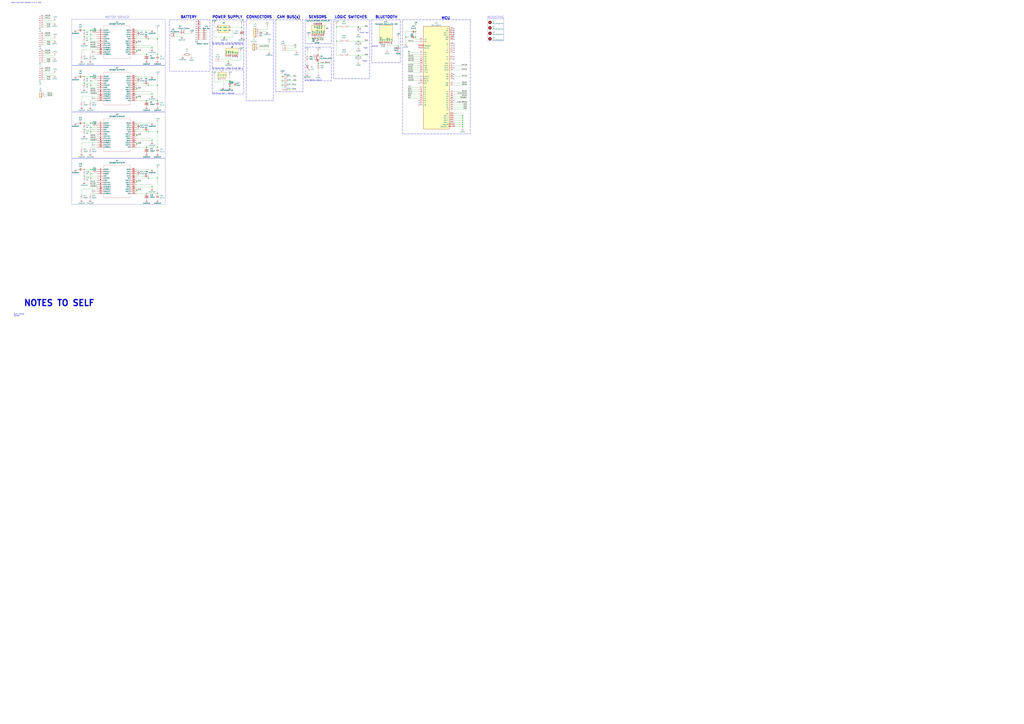
<source format=kicad_sch>
(kicad_sch (version 20230121) (generator eeschema)
  (paper "A0")
  (title_block (title "LINE 3.0 PCB") (date "2023-09-02") (rev "3.0") (company "Team Silverback"))
  (junction (at 266.7 95.25))
  (junction (at 416.052 31.242))
  (junction (at 105.41 201.93))
  (junction (at 182.88 207.01))
  (junction (at 266.7 100.33))
  (junction (at 172.212 99.06))
  (junction (at 390.652 31.242))
  (junction (at 170.18 170.942))
  (junction (at 105.41 93.98))
  (junction (at 182.88 99.06))
  (junction (at 105.41 196.85))
  (junction (at 416.052 47.752))
  (junction (at 182.88 62.992))
  (junction (at 182.88 45.212))
  (junction (at 176.53 109.22))
  (junction (at 170.18 116.84))
  (junction (at 182.88 224.79))
  (junction (at 158.75 113.03))
  (junction (at 170.18 224.79))
  (junction (at 176.53 163.322))
  (junction (at 170.18 62.992))
  (junction (at 158.75 220.98))
  (junction (at 105.41 99.06))
  (junction (at 176.53 55.372))
  (junction (at 105.41 35.052))
  (junction (at 537.21 134.62))
  (junction (at 172.212 207.01))
  (junction (at 537.21 137.16))
  (junction (at 368.3 44.45))
  (junction (at 390.652 47.752))
  (junction (at 482.6 43.18))
  (junction (at 416.052 64.262))
  (junction (at 260.35 43.18))
  (junction (at 97.79 35.052))
  (junction (at 182.88 170.942))
  (junction (at 107.442 88.9))
  (junction (at 105.41 153.162))
  (junction (at 182.88 153.162))
  (junction (at 280.67 31.75))
  (junction (at 105.41 40.132))
  (junction (at 462.28 53.34))
  (junction (at 105.41 148.082))
  (junction (at 158.75 59.182))
  (junction (at 265.43 71.12))
  (junction (at 172.212 153.162))
  (junction (at 369.57 73.66))
  (junction (at 266.7 93.98))
  (junction (at 471.17 43.18))
  (junction (at 105.41 207.01))
  (junction (at 107.442 143.002))
  (junction (at 158.75 156.972))
  (junction (at 105.41 143.002))
  (junction (at 158.75 167.132))
  (junction (at 97.79 204.47))
  (junction (at 97.79 143.002))
  (junction (at 327.66 93.98))
  (junction (at 105.41 45.212))
  (junction (at 97.79 42.672))
  (junction (at 97.79 150.622))
  (junction (at 182.88 116.84))
  (junction (at 537.21 147.32))
  (junction (at 97.79 196.85))
  (junction (at 105.41 88.9))
  (junction (at 537.21 139.7))
  (junction (at 176.53 217.17))
  (junction (at 537.21 144.78))
  (junction (at 158.75 210.82))
  (junction (at 537.21 142.24))
  (junction (at 158.75 102.87))
  (junction (at 97.79 88.9))
  (junction (at 107.442 196.85))
  (junction (at 363.22 44.45))
  (junction (at 327.66 99.06))
  (junction (at 327.66 88.9))
  (junction (at 482.6 36.83))
  (junction (at 107.442 35.052))
  (junction (at 158.75 49.022))
  (junction (at 172.212 45.212))
  (junction (at 97.79 96.52))
  (no_connect (at 486.41 121.92))
  (no_connect (at 527.05 78.74))
  (no_connect (at 527.05 116.84))
  (no_connect (at 527.05 91.44))
  (no_connect (at 527.05 43.18))
  (no_connect (at 527.05 45.72))
  (no_connect (at 232.41 27.94))
  (no_connect (at 527.05 73.66))
  (no_connect (at 454.66 50.8))
  (no_connect (at 527.05 40.64))
  (no_connect (at 527.05 35.56))
  (no_connect (at 232.41 33.02))
  (no_connect (at 365.76 26.67))
  (no_connect (at 527.05 60.96))
  (no_connect (at 527.05 33.02))
  (no_connect (at 527.05 55.88))
  (no_connect (at 486.41 96.52))
  (no_connect (at 275.59 66.04))
  (no_connect (at 527.05 38.1))
  (no_connect (at 527.05 68.58))
  (no_connect (at 527.05 53.34))
  (no_connect (at 486.41 116.84))
  (no_connect (at 365.76 41.91))
  (no_connect (at 270.51 66.04))
  (no_connect (at 254 92.71))
  (no_connect (at 527.05 50.8))
  (no_connect (at 370.84 26.67))
  (no_connect (at 441.96 50.8))
  (no_connect (at 373.38 26.67))
  (no_connect (at 368.3 26.67))
  (no_connect (at 527.05 66.04))
  (no_connect (at 486.41 119.38))
  (no_connect (at 527.05 86.36))
  (no_connect (at 527.05 58.42))
  (no_connect (at 232.41 25.4))
  (no_connect (at 273.05 66.04))
  (no_connect (at 232.41 30.48))
  (wire (pts (xy 312.42 57.15) (xy 299.72 57.15)))
  (wire (pts (xy 270.51 35.56) (xy 267.97 35.56)))
  (wire (pts (xy 104.902 158.242) (xy 113.03 158.242)))
  (wire (pts (xy 113.03 60.452) (xy 111.252 60.452)))
  (wire (pts (xy 97.79 203.2) (xy 97.79 204.47)))
  (wire (pts (xy 104.902 170.942) (xy 104.902 172.212)))
  (wire (pts (xy 94.742 165.862) (xy 94.742 172.212)))
  (wire (pts (xy 87.63 143.002) (xy 90.932 143.002)))
  (wire (pts (xy 50.8 41.91) (xy 58.42 41.91)))
  (wire (pts (xy 369.57 73.66) (xy 369.57 74.93)))
  (wire (pts (xy 113.03 99.06) (xy 105.41 99.06)))
  (wire (pts (xy 97.79 43.18) (xy 97.79 42.672)))
  (wire (pts (xy 97.79 96.52) (xy 113.03 96.52)))
  (wire (pts (xy 97.79 211.582) (xy 97.79 210.312)))
  (wire (pts (xy 158.75 199.39) (xy 158.75 198.12)))
  (wire (pts (xy 113.03 114.3) (xy 111.252 114.3)))
  (wire (pts (xy 279.4 59.69) (xy 279.4 69.85)))
  (wire (pts (xy 280.67 41.91) (xy 280.67 43.18)))
  (wire (pts (xy 203.2 41.91) (xy 211.074 41.91)))
  (wire (pts (xy 449.58 50.8) (xy 449.58 58.42)))
  (wire (pts (xy 182.88 141.732) (xy 182.88 153.162)))
  (wire (pts (xy 158.75 41.402) (xy 158.75 40.132)))
  (wire (pts (xy 94.742 111.76) (xy 94.742 118.11)))
  (wire (pts (xy 234.95 45.72) (xy 232.41 45.72)))
  (wire (pts (xy 262.89 66.04) (xy 262.89 68.58)))
  (wire (pts (xy 113.03 37.592) (xy 112.522 37.592)))
  (wire (pts (xy 97.79 42.672) (xy 113.03 42.672)))
  (wire (pts (xy 113.03 199.39) (xy 112.522 199.39)))
  (wire (pts (xy 107.442 35.052) (xy 107.442 37.592)))
  (wire (pts (xy 172.212 42.672) (xy 172.212 45.212)))
  (wire (pts (xy 158.75 219.71) (xy 158.75 220.98)))
  (wire (pts (xy 312.42 49.53) (xy 312.42 52.07)))
  (wire (pts (xy 358.14 41.91) (xy 358.14 44.45)))
  (wire (pts (xy 113.03 153.162) (xy 105.41 153.162)))
  (wire (pts (xy 94.742 165.862) (xy 113.03 165.862)))
  (wire (pts (xy 50.8 29.21) (xy 58.42 29.21)))
  (wire (pts (xy 50.8 24.13) (xy 63.5 24.13)))
  (wire (pts (xy 160.782 41.402) (xy 158.75 41.402)))
  (wire (pts (xy 113.03 207.01) (xy 105.41 207.01)))
  (wire (pts (xy 105.41 88.9) (xy 105.41 93.98)))
  (wire (pts (xy 105.41 47.752) (xy 105.41 45.212)))
  (wire (pts (xy 158.75 209.55) (xy 158.75 210.82)))
  (wire (pts (xy 261.62 93.98) (xy 266.7 93.98)))
  (wire (pts (xy 369.57 72.39) (xy 369.57 73.66)))
  (wire (pts (xy 334.01 88.9) (xy 344.17 88.9)))
  (wire (pts (xy 158.75 163.322) (xy 176.53 163.322)))
  (wire (pts (xy 248.92 31.75) (xy 251.46 31.75)))
  (wire (pts (xy 482.6 29.972) (xy 482.6 36.83)))
  (wire (pts (xy 104.902 212.09) (xy 113.03 212.09)))
  (wire (pts (xy 107.442 88.9) (xy 113.03 88.9)))
  (wire (pts (xy 107.442 196.85) (xy 113.03 196.85)))
  (wire (pts (xy 105.41 40.132) (xy 105.41 45.212)))
  (wire (pts (xy 176.53 109.22) (xy 176.53 111.252)))
  (wire (pts (xy 473.71 48.26) (xy 486.41 48.26)))
  (wire (pts (xy 104.902 124.46) (xy 104.902 123.19)))
  (wire (pts (xy 356.87 69.85) (xy 356.87 73.66)))
  (wire (pts (xy 265.43 66.04) (xy 265.43 71.12)))
  (wire (pts (xy 107.442 196.85) (xy 107.442 199.39)))
  (wire (pts (xy 158.75 143.002) (xy 176.53 143.002)))
  (wire (pts (xy 280.67 31.75) (xy 280.67 27.94)))
  (wire (pts (xy 104.902 70.612) (xy 104.902 69.342)))
  (wire (pts (xy 107.442 143.002) (xy 113.03 143.002)))
  (wire (pts (xy 182.88 195.58) (xy 182.88 207.01)))
  (wire (pts (xy 105.41 35.052) (xy 105.41 40.132)))
  (wire (pts (xy 158.75 35.052) (xy 176.53 35.052)))
  (wire (pts (xy 158.75 59.182) (xy 158.75 60.452)))
  (wire (pts (xy 328.93 99.06) (xy 327.66 99.06)))
  (wire (pts (xy 94.742 219.71) (xy 94.742 226.06)))
  (wire (pts (xy 232.41 38.1) (xy 234.95 38.1)))
  (wire (pts (xy 310.134 36.83) (xy 300.99 36.83)))
  (wire (pts (xy 300.99 41.91) (xy 304.8 41.91)))
  (wire (pts (xy 473.71 104.14) (xy 486.41 104.14)))
  (wire (pts (xy 105.41 93.98) (xy 105.41 99.06)))
  (wire (pts (xy 105.41 143.002) (xy 107.442 143.002)))
  (wire (pts (xy 213.614 39.37) (xy 222.758 39.37)))
  (wire (pts (xy 113.03 222.25) (xy 111.252 222.25)))
  (wire (pts (xy 176.53 163.322) (xy 176.53 165.1)))
  (wire (pts (xy 158.75 210.82) (xy 163.83 210.82)))
  (wire (pts (xy 104.902 62.992) (xy 104.902 64.262)))
  (wire (pts (xy 182.88 64.262) (xy 182.88 62.992)))
  (wire (pts (xy 537.21 134.62) (xy 537.21 137.16)))
  (wire (pts (xy 172.212 150.622) (xy 172.212 153.162)))
  (wire (pts (xy 452.12 53.34) (xy 462.28 53.34)))
  (wire (pts (xy 265.43 71.12) (xy 265.43 72.39)))
  (wire (pts (xy 104.902 116.84) (xy 104.902 118.11)))
  (wire (pts (xy 212.09 63.5) (xy 212.09 66.04)))
  (wire (pts (xy 50.8 85.09) (xy 63.5 85.09)))
  (wire (pts (xy 158.75 116.84) (xy 170.18 116.84)))
  (wire (pts (xy 182.88 62.992) (xy 182.88 45.212)))
  (wire (pts (xy 344.17 58.42) (xy 344.17 59.69)))
  (wire (pts (xy 158.75 109.22) (xy 176.53 109.22)))
  (wire (pts (xy 473.71 111.76) (xy 486.41 111.76)))
  (wire (pts (xy 170.18 224.79) (xy 182.88 224.79)))
  (wire (pts (xy 97.79 49.53) (xy 97.79 48.26)))
  (wire (pts (xy 473.71 68.58) (xy 486.41 68.58)))
  (wire (pts (xy 104.902 50.292) (xy 113.03 50.292)))
  (wire (pts (xy 527.05 119.38) (xy 542.29 119.38)))
  (wire (pts (xy 158.75 101.6) (xy 158.75 102.87)))
  (wire (pts (xy 444.5 50.8) (xy 444.5 54.61)))
  (wire (pts (xy 299.72 52.07) (xy 312.42 52.07)))
  (wire (pts (xy 232.41 35.56) (xy 234.95 35.56)))
  (wire (pts (xy 527.05 132.08) (xy 537.21 132.08)))
  (wire (pts (xy 182.88 232.41) (xy 182.88 231.14)))
  (wire (pts (xy 256.54 92.71) (xy 256.54 95.25)))
  (wire (pts (xy 248.92 43.18) (xy 260.35 43.18)))
  (wire (pts (xy 158.75 165.862) (xy 158.75 167.132)))
  (wire (pts (xy 416.052 36.322) (xy 416.052 38.862)))
  (wire (pts (xy 158.75 37.592) (xy 158.75 36.322)))
  (wire (pts (xy 104.902 104.14) (xy 113.03 104.14)))
  (wire (pts (xy 182.88 224.79) (xy 182.88 207.01)))
  (wire (pts (xy 473.71 83.82) (xy 486.41 83.82)))
  (wire (pts (xy 266.7 87.63) (xy 266.7 93.98)))
  (wire (pts (xy 50.8 62.23) (xy 58.42 62.23)))
  (wire (pts (xy 158.75 155.702) (xy 158.75 156.972)))
  (wire (pts (xy 50.8 87.63) (xy 63.5 87.63)))
  (wire (pts (xy 327.66 86.36) (xy 327.66 88.9)))
  (wire (pts (xy 473.71 60.96) (xy 486.41 60.96)))
  (wire (pts (xy 182.88 226.06) (xy 182.88 224.79)))
  (wire (pts (xy 334.01 99.06) (xy 344.17 99.06)))
  (wire (pts (xy 447.04 50.8) (xy 447.04 54.61)))
  (wire (pts (xy 537.21 139.7) (xy 537.21 142.24)))
  (wire (pts (xy 97.79 205.232) (xy 97.79 204.47)))
  (wire (pts (xy 105.41 155.702) (xy 105.41 153.162)))
  (wire (pts (xy 158.75 52.832) (xy 176.53 52.832)))
  (wire (pts (xy 158.75 217.17) (xy 176.53 217.17)))
  (wire (pts (xy 473.71 73.66) (xy 486.41 73.66)))
  (wire (pts (xy 527.05 109.22) (xy 542.29 109.22)))
  (wire (pts (xy 369.57 59.69) (xy 369.57 62.23)))
  (wire (pts (xy 97.79 150.622) (xy 113.03 150.622)))
  (wire (pts (xy 158.75 47.752) (xy 158.75 49.022)))
  (wire (pts (xy 104.902 106.68) (xy 113.03 106.68)))
  (wire (pts (xy 482.6 43.18) (xy 482.6 45.72)))
  (wire (pts (xy 369.57 73.66) (xy 383.54 73.66)))
  (wire (pts (xy 158.75 170.942) (xy 170.18 170.942)))
  (wire (pts (xy 50.8 69.85) (xy 58.42 69.85)))
  (wire (pts (xy 113.03 148.082) (xy 105.41 148.082)))
  (wire (pts (xy 527.05 127) (xy 542.29 127)))
  (wire (pts (xy 234.95 40.64) (xy 232.41 40.64)))
  (wire (pts (xy 527.05 139.7) (xy 537.21 139.7)))
  (wire (pts (xy 170.18 116.84) (xy 182.88 116.84)))
  (wire (pts (xy 158.75 62.992) (xy 170.18 62.992)))
  (wire (pts (xy 113.03 168.402) (xy 111.252 168.402)))
  (wire (pts (xy 158.75 102.87) (xy 163.83 102.87)))
  (wire (pts (xy 248.92 27.94) (xy 248.92 31.75)))
  (wire (pts (xy 172.212 207.01) (xy 182.88 207.01)))
  (wire (pts (xy 50.8 59.69) (xy 58.42 59.69)))
  (wire (pts (xy 158.75 99.06) (xy 172.212 99.06)))
  (wire (pts (xy 255.27 68.58) (xy 262.89 68.58)))
  (wire (pts (xy 527.05 142.24) (xy 537.21 142.24)))
  (wire (pts (xy 50.8 46.99) (xy 63.5 46.99)))
  (wire (pts (xy 104.902 224.79) (xy 104.902 226.06)))
  (wire (pts (xy 373.38 46.99) (xy 373.38 41.91)))
  (wire (pts (xy 158.75 113.03) (xy 158.75 114.3)))
  (wire (pts (xy 390.652 47.752) (xy 394.462 47.752)))
  (wire (pts (xy 473.71 76.2) (xy 486.41 76.2)))
  (wire (pts (xy 473.71 71.12) (xy 486.41 71.12)))
  (wire (pts (xy 182.88 70.612) (xy 182.88 69.342)))
  (wire (pts (xy 537.21 137.16) (xy 537.21 139.7)))
  (wire (pts (xy 158.75 96.52) (xy 167.132 96.52)))
  (wire (pts (xy 327.66 104.14) (xy 327.66 99.06)))
  (wire (pts (xy 176.53 55.372) (xy 176.53 57.15)))
  (wire (pts (xy 158.75 88.9) (xy 176.53 88.9)))
  (wire (pts (xy 537.21 144.78) (xy 537.21 147.32)))
  (wire (pts (xy 334.01 104.14) (xy 344.17 104.14)))
  (wire (pts (xy 182.88 170.942) (xy 182.88 153.162)))
  (wire (pts (xy 222.25 66.04) (xy 222.25 63.5)))
  (wire (pts (xy 97.79 204.47) (xy 113.03 204.47)))
  (wire (pts (xy 113.03 116.84) (xy 104.902 116.84)))
  (wire (pts (xy 50.8 44.45) (xy 63.5 44.45)))
  (wire (pts (xy 404.622 64.262) (xy 416.052 64.262)))
  (wire (pts (xy 96.012 143.002) (xy 97.79 143.002)))
  (wire (pts (xy 50.8 72.39) (xy 58.42 72.39)))
  (wire (pts (xy 158.75 196.85) (xy 176.53 196.85)))
  (wire (pts (xy 404.622 47.752) (xy 416.052 47.752)))
  (wire (pts (xy 97.79 149.352) (xy 97.79 150.622)))
  (wire (pts (xy 104.902 109.22) (xy 113.03 109.22)))
  (wire (pts (xy 527.05 144.78) (xy 537.21 144.78)))
  (wire (pts (xy 266.7 100.33) (xy 273.05 100.33)))
  (wire (pts (xy 527.05 96.52) (xy 542.29 96.52)))
  (wire (pts (xy 94.742 123.19) (xy 94.742 124.46)))
  (wire (pts (xy 105.41 88.9) (xy 107.442 88.9)))
  (wire (pts (xy 251.46 35.56) (xy 248.92 35.56)))
  (wire (pts (xy 97.79 157.48) (xy 97.79 156.21)))
  (wire (pts (xy 266.7 100.33) (xy 266.7 101.6)))
  (wire (pts (xy 248.92 35.56) (xy 248.92 43.18)))
  (wire (pts (xy 158.75 156.972) (xy 163.83 156.972)))
  (wire (pts (xy 182.88 87.63) (xy 182.88 99.06)))
  (wire (pts (xy 104.902 214.63) (xy 113.03 214.63)))
  (wire (pts (xy 266.7 95.25) (xy 273.05 95.25)))
  (wire (pts (xy 416.052 69.342) (xy 416.052 71.882)))
  (wire (pts (xy 527.05 121.92) (xy 542.29 121.92)))
  (wire (pts (xy 176.53 160.782) (xy 176.53 163.322)))
  (wire (pts (xy 87.63 196.85) (xy 90.932 196.85)))
  (wire (pts (xy 97.79 88.9) (xy 97.79 90.17)))
  (wire (pts (xy 537.21 132.08) (xy 537.21 134.62)))
  (wire (pts (xy 96.012 196.85) (xy 97.79 196.85)))
  (wire (pts (xy 50.8 26.67) (xy 63.5 26.67)))
  (wire (pts (xy 158.75 167.132) (xy 158.75 168.402)))
  (wire (pts (xy 416.052 64.262) (xy 427.482 64.262)))
  (wire (pts (xy 52.07 111.76) (xy 60.96 111.76)))
  (wire (pts (xy 328.93 104.14) (xy 327.66 104.14)))
  (wire (pts (xy 328.93 88.9) (xy 327.66 88.9)))
  (wire (pts (xy 260.35 43.18) (xy 270.51 43.18)))
  (wire (pts (xy 97.79 88.9) (xy 105.41 88.9)))
  (wire (pts (xy 170.18 170.942) (xy 182.88 170.942)))
  (wire (pts (xy 327.66 93.98) (xy 327.66 99.06)))
  (wire (pts (xy 261.62 93.98) (xy 261.62 92.71)))
  (wire (pts (xy 104.902 160.782) (xy 113.03 160.782)))
  (wire (pts (xy 105.41 148.082) (xy 105.41 153.162)))
  (wire (pts (xy 176.53 106.68) (xy 176.53 109.22)))
  (wire (pts (xy 363.22 44.45) (xy 358.14 44.45)))
  (wire (pts (xy 107.442 88.9) (xy 107.442 91.44)))
  (wire (pts (xy 158.75 102.87) (xy 158.75 104.14)))
  (wire (pts (xy 97.79 35.052) (xy 97.79 36.322)))
  (wire (pts (xy 113.03 170.942) (xy 104.902 170.942)))
  (wire (pts (xy 300.99 39.37) (xy 304.8 39.37)))
  (wire (pts (xy 158.75 95.25) (xy 158.75 93.98)))
  (wire (pts (xy 473.71 106.68) (xy 486.41 106.68)))
  (wire (pts (xy 105.41 196.85) (xy 107.442 196.85)))
  (wire (pts (xy 158.75 45.212) (xy 172.212 45.212)))
  (wire (pts (xy 477.52 43.18) (xy 471.17 43.18)))
  (wire (pts (xy 158.75 57.912) (xy 158.75 59.182)))
  (wire (pts (xy 158.75 150.622) (xy 167.132 150.622)))
  (wire (pts (xy 94.742 219.71) (xy 113.03 219.71)))
  (wire (pts (xy 172.212 45.212) (xy 182.88 45.212)))
  (wire (pts (xy 113.03 62.992) (xy 104.902 62.992)))
  (wire (pts (xy 473.71 78.74) (xy 486.41 78.74)))
  (wire (pts (xy 104.902 178.562) (xy 104.902 177.292)))
  (wire (pts (xy 104.902 163.322) (xy 113.03 163.322)))
  (wire (pts (xy 97.79 95.25) (xy 97.79 96.52)))
  (wire (pts (xy 172.212 153.162) (xy 182.88 153.162)))
  (wire (pts (xy 527.05 111.76) (xy 542.29 111.76)))
  (wire (pts (xy 356.87 81.28) (xy 356.87 86.36)))
  (wire (pts (xy 158.75 42.672) (xy 167.132 42.672)))
  (wire (pts (xy 158.75 106.68) (xy 176.53 106.68)))
  (wire (pts (xy 50.8 80.01) (xy 58.42 80.01)))
  (wire (pts (xy 527.05 124.46) (xy 542.29 124.46)))
  (wire (pts (xy 471.17 43.18) (xy 471.17 50.8)))
  (wire (pts (xy 97.79 41.402) (xy 97.79 42.672)))
  (wire (pts (xy 158.75 149.352) (xy 158.75 148.082)))
  (wire (pts (xy 473.71 101.6) (xy 486.41 101.6)))
  (wire (pts (xy 97.79 143.002) (xy 97.79 144.272)))
  (wire (pts (xy 105.41 196.85) (xy 105.41 201.93)))
  (wire (pts (xy 97.79 196.85) (xy 105.41 196.85)))
  (wire (pts (xy 172.212 99.06) (xy 182.88 99.06)))
  (wire (pts (xy 203.2 39.37) (xy 211.074 39.37)))
  (wire (pts (xy 50.8 90.17) (xy 58.42 90.17)))
  (wire (pts (xy 104.902 232.41) (xy 104.902 231.14)))
  (wire (pts (xy 158.75 49.022) (xy 163.83 49.022)))
  (wire (pts (xy 390.652 64.262) (xy 390.652 47.752)))
  (wire (pts (xy 97.79 151.13) (xy 97.79 150.622)))
  (wire (pts (xy 334.01 93.98) (xy 344.17 93.98)))
  (wire (pts (xy 473.71 114.3) (xy 486.41 114.3)))
  (wire (pts (xy 113.03 47.752) (xy 105.41 47.752)))
  (wire (pts (xy 527.05 147.32) (xy 537.21 147.32)))
  (wire (pts (xy 182.88 124.46) (xy 182.88 123.19)))
  (wire (pts (xy 328.93 93.98) (xy 327.66 93.98)))
  (wire (pts (xy 394.462 64.262) (xy 390.652 64.262)))
  (wire (pts (xy 158.75 214.63) (xy 176.53 214.63)))
  (wire (pts (xy 537.21 147.32) (xy 537.21 149.352)))
  (wire (pts (xy 182.88 33.782) (xy 182.88 45.212)))
  (wire (pts (xy 172.212 96.52) (xy 172.212 99.06)))
  (wire (pts (xy 176.53 217.17) (xy 176.53 219.202)))
  (wire (pts (xy 94.742 57.912) (xy 113.03 57.912)))
  (wire (pts (xy 300.99 34.29) (xy 310.134 34.29)))
  (wire (pts (xy 104.902 52.832) (xy 113.03 52.832)))
  (wire (pts (xy 96.012 88.9) (xy 97.79 88.9)))
  (wire (pts (xy 160.782 203.2) (xy 158.75 203.2)))
  (wire (pts (xy 87.63 35.052) (xy 90.932 35.052)))
  (wire (pts (xy 160.782 95.25) (xy 158.75 95.25)))
  (wire (pts (xy 158.75 59.182) (xy 163.83 59.182)))
  (wire (pts (xy 404.622 31.242) (xy 416.052 31.242)))
  (wire (pts (xy 473.71 88.9) (xy 486.41 88.9)))
  (wire (pts (xy 158.75 91.44) (xy 158.75 90.17)))
  (wire (pts (xy 473.71 63.5) (xy 486.41 63.5)))
  (wire (pts (xy 50.8 64.77) (xy 63.5 64.77)))
  (wire (pts (xy 327.66 88.9) (xy 327.66 93.98)))
  (wire (pts (xy 50.8 49.53) (xy 58.42 49.53)))
  (wire (pts (xy 104.902 55.372) (xy 113.03 55.372)))
  (wire (pts (xy 105.41 201.93) (xy 105.41 207.01)))
  (wire (pts (xy 113.03 209.55) (xy 105.41 209.55)))
  (wire (pts (xy 452.12 50.8) (xy 452.12 53.34)))
  (wire (pts (xy 255.27 71.12) (xy 265.43 71.12)))
  (wire (pts (xy 97.79 97.282) (xy 97.79 96.52)))
  (wire (pts (xy 527.05 88.9) (xy 542.29 88.9)))
  (wire (pts (xy 267.97 66.04) (xy 267.97 69.85)))
  (wire (pts (xy 473.71 109.22) (xy 486.41 109.22)))
  (wire (pts (xy 97.79 103.632) (xy 97.79 102.362)))
  (wire (pts (xy 462.28 53.34) (xy 462.28 43.18)))
  (wire (pts (xy 50.8 39.37) (xy 58.42 39.37)))
  (wire (pts (xy 50.8 19.05) (xy 58.42 19.05)))
  (wire (pts (xy 473.71 81.28) (xy 486.41 81.28)))
  (wire (pts (xy 158.75 207.01) (xy 172.212 207.01)))
  (wire (pts (xy 259.08 92.71) (xy 259.08 101.6)))
  (wire (pts (xy 486.41 45.72) (xy 482.6 45.72)))
  (wire (pts (xy 527.05 81.28) (xy 542.29 81.28)))
  (wire (pts (xy 158.75 220.98) (xy 158.75 222.25)))
  (wire (pts (xy 158.75 167.132) (xy 163.83 167.132)))
  (wire (pts (xy 170.18 62.992) (xy 182.88 62.992)))
  (wire (pts (xy 211.074 41.91) (xy 211.074 42.672)))
  (wire (pts (xy 248.92 95.25) (xy 248.92 87.63)))
  (wire (pts (xy 105.41 35.052) (xy 107.442 35.052)))
  (wire (pts (xy 375.92 46.99) (xy 375.92 41.91)))
  (wire (pts (xy 94.742 231.14) (xy 94.742 232.41)))
  (wire (pts (xy 158.75 156.972) (xy 158.75 158.242)))
  (wire (pts (xy 113.03 40.132) (xy 105.41 40.132)))
  (wire (pts (xy 107.442 35.052) (xy 113.03 35.052)))
  (wire (pts (xy 94.742 69.342) (xy 94.742 70.612)))
  (wire (pts (xy 158.75 160.782) (xy 176.53 160.782)))
  (wire (pts (xy 370.84 46.99) (xy 370.84 41.91)))
  (wire (pts (xy 113.03 93.98) (xy 105.41 93.98)))
  (wire (pts (xy 182.88 178.562) (xy 182.88 177.292)))
  (wire (pts (xy 158.75 203.2) (xy 158.75 201.93)))
  (wire (pts (xy 50.8 31.75) (xy 58.42 31.75)))
  (wire (pts (xy 527.05 99.06) (xy 542.29 99.06)))
  (wire (pts (xy 332.74 58.42) (xy 344.17 58.42)))
  (wire (pts (xy 212.09 63.5) (xy 213.36 63.5)))
  (wire (pts (xy 368.3 44.45) (xy 368.3 45.72)))
  (wire (pts (xy 158.75 55.372) (xy 176.53 55.372)))
  (wire (pts (xy 270.51 43.18) (xy 270.51 35.56)))
  (wire (pts (xy 113.03 145.542) (xy 112.522 145.542)))
  (wire (pts (xy 113.03 155.702) (xy 105.41 155.702)))
  (wire (pts (xy 256.54 95.25) (xy 248.92 95.25)))
  (wire (pts (xy 105.41 143.002) (xy 105.41 148.082)))
  (wire (pts (xy 176.53 52.832) (xy 176.53 55.372)))
  (wire (pts (xy 312.42 57.15) (xy 312.42 60.96)))
  (wire (pts (xy 158.75 224.79) (xy 170.18 224.79)))
  (wire (pts (xy 96.012 35.052) (xy 97.79 35.052)))
  (wire (pts (xy 97.79 143.002) (xy 105.41 143.002)))
  (wire (pts (xy 527.05 114.3) (xy 542.29 114.3)))
  (wire (pts (xy 172.212 204.47) (xy 172.212 207.01)))
  (wire (pts (xy 158.75 220.98) (xy 163.83 220.98)))
  (wire (pts (xy 310.134 30.48) (xy 310.134 34.29)))
  (wire (pts (xy 104.902 217.17) (xy 113.03 217.17)))
  (wire (pts (xy 267.97 69.85) (xy 279.4 69.85)))
  (wire (pts (xy 50.8 52.07) (xy 58.42 52.07)))
  (wire (pts (xy 113.03 91.44) (xy 112.522 91.44)))
  (wire (pts (xy 234.95 43.18) (xy 232.41 43.18)))
  (wire (pts (xy 527.05 137.16) (xy 537.21 137.16)))
  (wire (pts (xy 97.79 35.052) (xy 105.41 35.052)))
  (wire (pts (xy 97.79 196.85) (xy 97.79 198.12)))
  (wire (pts (xy 416.052 52.832) (xy 416.052 55.372)))
  (wire (pts (xy 473.71 91.44) (xy 486.41 91.44)))
  (wire (pts (xy 527.05 134.62) (xy 537.21 134.62)))
  (wire (pts (xy 363.22 41.91) (xy 363.22 44.45)))
  (wire (pts (xy 158.75 204.47) (xy 167.132 204.47)))
  (wire (pts (xy 222.25 63.5) (xy 220.98 63.5)))
  (wire (pts (xy 368.3 41.91) (xy 368.3 44.45)))
  (wire (pts (xy 416.052 31.242) (xy 427.482 31.242)))
  (wire (pts (xy 52.07 109.22) (xy 60.96 109.22)))
  (wire (pts (xy 158.75 49.022) (xy 158.75 50.292)))
  (wire (pts (xy 267.97 31.75) (xy 280.67 31.75)))
  (wire (pts (xy 182.88 118.11) (xy 182.88 116.84)))
  (wire (pts (xy 113.03 101.6) (xy 105.41 101.6)))
  (wire (pts (xy 266.7 95.25) (xy 266.7 93.98)))
  (wire (pts (xy 176.53 214.63) (xy 176.53 217.17)))
  (wire (pts (xy 390.652 31.242) (xy 394.462 31.242)))
  (wire (pts (xy 158.75 144.272) (xy 160.782 144.272)))
  (wire (pts (xy 356.87 59.69) (xy 356.87 64.77)))
  (wire (pts (xy 332.74 53.34) (xy 344.17 53.34)))
  (wire (pts (xy 482.6 36.83) (xy 482.6 43.18)))
  (wire (pts (xy 50.8 92.71) (xy 58.42 92.71)))
  (wire (pts (xy 416.052 47.752) (xy 427.482 47.752)))
  (wire (pts (xy 369.57 80.01) (xy 369.57 86.36)))
  (wire (pts (xy 87.63 88.9) (xy 90.932 88.9)))
  (wire (pts (xy 473.71 66.04) (xy 486.41 66.04)))
  (wire (pts (xy 50.8 67.31) (xy 63.5 67.31)))
  (wire (pts (xy 473.71 93.98) (xy 486.41 93.98)))
  (wire (pts (xy 390.652 31.242) (xy 390.652 28.702)))
  (wire (pts (xy 107.442 143.002) (xy 107.442 145.542)))
  (wire (pts (xy 113.03 201.93) (xy 105.41 201.93)))
  (wire (pts (xy 158.75 210.82) (xy 158.75 212.09)))
  (wire (pts (xy 113.03 224.79) (xy 104.902 224.79)))
  (wire (pts (xy 105.41 209.55) (xy 105.41 207.01)))
  (wire (pts (xy 158.75 111.76) (xy 158.75 113.03)))
  (wire (pts (xy 113.03 45.212) (xy 105.41 45.212)))
  (wire (pts (xy 94.742 57.912) (xy 94.742 64.262)))
  (wire (pts (xy 105.41 101.6) (xy 105.41 99.06)))
  (wire (pts (xy 332.74 55.88) (xy 344.17 55.88)))
  (wire (pts (xy 477.52 36.83) (xy 471.17 36.83)))
  (wire (pts (xy 527.05 106.68) (xy 542.29 106.68)))
  (wire (pts (xy 158.75 113.03) (xy 163.83 113.03)))
  (wire (pts (xy 158.75 198.12) (xy 160.782 198.12)))
  (wire (pts (xy 280.67 34.29) (xy 280.67 31.75)))
  (wire (pts (xy 299.72 54.61) (xy 312.42 54.61)))
  (wire (pts (xy 94.742 111.76) (xy 113.03 111.76)))
  (wire (pts (xy 158.75 36.322) (xy 160.782 36.322)))
  (wire (pts (xy 182.88 172.212) (xy 182.88 170.942)))
  (wire (pts (xy 94.742 177.292) (xy 94.742 178.562)))
  (wire (pts (xy 50.8 82.55) (xy 58.42 82.55)))
  (wire (pts (xy 390.652 47.752) (xy 390.652 31.242)))
  (wire (pts (xy 471.17 36.83) (xy 471.17 43.18)))
  (wire (pts (xy 158.75 145.542) (xy 158.75 144.272)))
  (wire (pts (xy 182.88 116.84) (xy 182.88 99.06)))
  (wire (pts (xy 160.782 149.352) (xy 158.75 149.352)))
  (wire (pts (xy 158.75 90.17) (xy 160.782 90.17)))
  (wire (pts (xy 537.21 142.24) (xy 537.21 144.78)))
  (wire (pts (xy 527.05 76.2) (xy 542.29 76.2)))
  (wire (pts (xy 50.8 21.59) (xy 58.42 21.59)))
  (wire (pts (xy 158.75 153.162) (xy 172.212 153.162)))
  (rectangle (start 354.33 54.61) (end 384.81 93.98) (stroke (width 0.254) (type dash)))
  (rectangle (start 467.36 22.86) (end 546.1 155.575) (stroke (width 0.254) (type dash)))
  (rectangle (start 196.85 22.86) (end 243.84 82.55) (stroke (width 0.254) (type dash)))
  (rectangle (start 83.185 22.225) (end 191.77 75.565))
  (rectangle (start 246.38 22.86) (end 283.21 50.8) (stroke (width 0.254) (type dash)))
  (rectangle (start 38.1 144.145) (end 38.1 144.145))
  (rectangle (start 83.185 130.175) (end 191.77 183.515))
  (rectangle (start 566.42 21.59) (end 584.835 47.625))
  (rectangle (start 246.38 52.07) (end 283.21 80.01) (stroke (width 0.254) (type dash)))
  (rectangle (start 83.185 184.15) (end 191.77 237.49))
  (rectangle (start 83.185 76.2) (end 191.77 129.54))
  (rectangle (start 246.38 81.28) (end 283.21 109.22) (stroke (width 0.254) (type dash)))
  (rectangle (start 354.33 22.86) (end 384.81 50.8) (stroke (width 0.254) (type dash)))
  (rectangle (start 320.04 22.86) (end 351.79 106.68) (stroke (width 0.254) (type dash)))
  (rectangle (start 387.35 22.86) (end 429.26 91.44) (stroke (width 0.254) (type dash)))
  (rectangle (start 285.75 22.86) (end 317.5 116.84) (stroke (width 0.254) (type dash)))
  (rectangle (start 431.8 22.86) (end 464.82 73.025) (stroke (width 0.254) (type dash)))
  (text "NOTES TO SELF" (at 27.305 356.235 0) (effects (font (size 7 7) (thickness 1.4) bold) (justify left bottom)))
  (text "MOUNTING" (at 565.785 21.59 0) (effects (font (size 2.54 2.54)) (justify left bottom)))
  (text "NEXT STEPS:\nMAYBE:\n" (at 16.002 367.792 0) (effects (font (size 1.27 1.27)) (justify left bottom)))
  (text "Kicker Test" (at 417.195 38.735 0) (effects (font (size 1.27 1.27)) (justify left bottom)))
  (text "CONNECTORS" (at 285.75 21.59 0) (effects (font (size 3 3) (thickness 0.6) bold) (justify left bottom)))
  (text "MOTOR DRIVER" (at 121.92 21.59 0) (effects (font (size 2.54 2.54)) (justify left bottom)))
  (text "BATTERY" (at 209.55 21.59 0) (effects (font (size 3 3) (thickness 0.6) bold) (justify left bottom)))
  (text "POWER SUPPLY" (at 246.38 21.59 0) (effects (font (size 3 3) (thickness 0.6) bold) (justify left bottom)))
  (text "SENSORS" (at 358.14 21.59 0) (effects (font (size 3 3) (thickness 0.6) bold) (justify left bottom)))
  (text "make sure that resistor is 1/4 watt" (at 12.7 3.81 0) (effects (font (size 1.27 1.27)) (justify left bottom)))
  (text "LINE BREAK CIRCUIT" (at 354.33 93.98 0) (effects (font (size 1.27 1.27)) (justify left bottom)))
  (text "5V Power Rail - Rasp Pi and Oak 1" (at 246.38 80.01 0) (effects (font (size 1.27 1.27)) (justify left bottom)))
  (text "MASTER" (at 431.8 54.61 0) (effects (font (size 1.27 1.27)) (justify left bottom)))
  (text "Start" (at 422.275 56.515 0) (effects (font (size 1.27 1.27)) (justify left bottom)))
  (text "Reset" (at 421.005 71.755 0) (effects (font (size 1.27 1.27)) (justify left bottom)))
  (text "LOGIC SWITCHES" (at 388.62 21.59 0) (effects (font (size 3 3) (thickness 0.6) bold) (justify left bottom)))
  (text "BLUETOOTH" (at 435.61 21.59 0) (effects (font (size 3 3) (thickness 0.6) bold) (justify left bottom)))
  (text "MCU " (at 512.445 22.86 0) (effects (font (size 3 3) (thickness 0.6) bold) (justify left bottom)))
  (text "5V Power Rail - MCU & Peripherals" (at 246.38 50.8 0) (effects (font (size 1.27 1.27)) (justify left bottom)))
  (text "CAM BUS(s)" (at 321.31 21.59 0) (effects (font (size 3 3) (thickness 0.6) bold) (justify left bottom)))
  (text "3V3 Power Rail - Sensors" (at 246.38 109.22 0) (effects (font (size 1.27 1.27)) (justify left bottom)))
  (label "ENC4A" (at 542.29 81.28 180))
  (label "M3A" (at 163.83 156.972 180))
  (label "M5IN2" (at 60.96 111.76 180))
  (label "ENC2A" (at 58.42 41.91 180))
  (label "DISABLE" (at 542.29 114.3 180))
  (label "SW1" (at 542.29 127 180))
  (label "M2A" (at 163.83 102.87 180))
  (label "M1B" (at 163.83 59.182 180))
  (label "SDA" (at 473.71 111.76 0))
  (label "ENC1B" (at 58.42 19.05 180))
  (label "ENC3B" (at 473.71 93.98 0))
  (label "M5IN2" (at 542.29 99.06 180))
  (label "SDA1" (at 373.38 46.99 90))
  (label "DISABLE" (at 104.902 217.17 0))
  (label "ENC4B" (at 58.42 80.01 180))
  (label "KICKERTRIG" (at 312.42 54.61 180))
  (label "DISABLE" (at 104.902 109.22 0))
  (label "M1IN1" (at 473.71 91.44 0))
  (label "ENC2A" (at 473.71 66.04 0))
  (label "LINE BREAK" (at 383.54 73.66 180))
  (label "SCL1" (at 473.71 106.68 0))
  (label "M1IN1" (at 104.902 50.292 0))
  (label "RX" (at 344.17 53.34 180))
  (label "RX3" (at 473.71 104.14 0))
  (label "M3A" (at 58.42 72.39 180))
  (label "M4IN1" (at 104.902 212.09 0))
  (label "M3B" (at 58.42 69.85 180))
  (label "SW3" (at 427.482 64.262 180))
  (label "SW1" (at 427.482 31.242 180))
  (label "M4A" (at 58.42 92.71 180))
  (label "ENC3B" (at 58.42 59.69 180))
  (label "M2B" (at 58.42 49.53 180))
  (label "SCL" (at 304.8 41.91 180))
  (label "M1IN2" (at 473.71 88.9 0))
  (label "ENC1B" (at 542.29 76.2 180))
  (label "M1A" (at 163.83 49.022 180))
  (label "M4IN2" (at 104.902 214.63 0))
  (label "SDA" (at 344.17 93.98 180))
  (label "DISABLE" (at 104.902 55.372 0))
  (label "SDA1" (at 473.71 109.22 0))
  (label "KICKERTRIG" (at 542.29 109.22 180))
  (label "M2B" (at 163.83 113.03 180))
  (label "M2IN2" (at 542.29 111.76 180))
  (label "M3B" (at 163.83 167.132 180))
  (label "M1A" (at 58.42 31.75 180))
  (label "SW3" (at 542.29 121.92 180))
  (label "SCL" (at 473.71 114.3 0))
  (label "ENC1A" (at 473.71 48.26 0))
  (label "LINE BREAK" (at 542.29 119.38 180))
  (label "ENC2B" (at 473.71 68.58 0))
  (label "M4B" (at 58.42 90.17 180))
  (label "SCL1" (at 344.17 99.06 180))
  (label "M1IN2" (at 104.902 52.832 0))
  (label "M3IN1" (at 473.71 81.28 0))
  (label "ENC4B" (at 473.71 71.12 0))
  (label "SCL1" (at 370.84 46.99 90))
  (label "M4IN2" (at 542.29 88.9 180))
  (label "M3IN2" (at 104.902 160.782 0))
  (label "M2A" (at 58.42 52.07 180))
  (label "SW2" (at 542.29 124.46 180))
  (label "RX3" (at 447.04 54.61 90))
  (label "M2IN1" (at 104.902 104.14 0))
  (label "M1B" (at 58.42 29.21 180))
  (label "M3IN2" (at 473.71 83.82 0))
  (label "M2IN1" (at 542.29 106.68 180))
  (label "SDA" (at 304.8 39.37 180))
  (label "M3IN1" (at 104.902 158.242 0))
  (label "TX" (at 344.17 55.88 180))
  (label "M4IN1" (at 473.71 78.74 0))
  (label "TX" (at 473.71 63.5 0))
  (label "SW2" (at 427.482 47.752 180))
  (label "SCL" (at 344.17 88.9 180))
  (label "TX3" (at 444.5 54.61 90))
  (label "M2IN2" (at 104.902 106.68 0))
  (label "TX3" (at 473.71 101.6 0))
  (label "M4B" (at 163.83 220.98 180))
  (label "M4A" (at 163.83 210.82 180))
  (label "RX" (at 473.71 60.96 0))
  (label "ENC1A" (at 58.42 21.59 180))
  (label "ENC3A" (at 473.71 76.2 0))
  (label "ENC2B" (at 58.42 39.37 180))
  (label "ENC3A" (at 58.42 62.23 180))
  (label "SDA1" (at 344.17 104.14 180))
  (label "M5IN1" (at 542.29 96.52 180))
  (label "ENC4A" (at 58.42 82.55 180))
  (label "DISABLE" (at 104.902 163.322 0))
  (label "RST" (at 375.92 46.99 90))
  (label "M5IN1" (at 60.96 109.22 180))
  (symbol (lib_id "power:GNDPWR") (at 87.63 35.052 0) (unit 1)
    (property "Reference" "#PWR018" (effects hide))
    (property "Value" "GNDPWR" (at 87.63 38.862 0))
  )
  (symbol (lib_id "power:+15V") (at 222.758 39.37 0) (unit 1)
    (property "Reference" "#PWR068" (effects hide))
    (property "Value" "+15V" (at 222.758 35.56 0))
  )
  (symbol (lib_id "power:GNDS") (at 344.17 59.69 0) (unit 1)
    (property "Reference" "#PWR083" (effects hide))
    (property "Value" "GNDS" (at 344.17 63.5 0))
  )
  (symbol (lib_id "Device:C_Small") (at 93.472 143.002 270) (unit 1)
    (property "Reference" "C11" (at 93.4656 136.652 90))
    (property "Value" "1uF" (at 93.4656 139.192 90))
    (property "Footprint" "Capacitor_SMD:C_0402_1005Metric" (effects hide))
  )
  (symbol (lib_id "power:+15V") (at 182.88 141.732 0) (unit 1)
    (property "Reference" "#PWR046" (effects hide))
    (property "Value" "+15V" (at 182.88 137.922 0))
  )
  (symbol (lib_id "SparkFun-Switch:SPST") (at 399.542 31.242 0) (unit 1)
    (property "Reference" "SW1" (at 399.542 24.892 0))
    (property "Value" "SPST" (at 399.542 27.432 0))
    (property "Footprint" "Button_Switch_THT:SW_PUSH_6mm_H4.3mm" (effects hide))
    (property "PROD_ID" "SWCH-" (effects hide))
  )
  (symbol (lib_id "Device:C_Small") (at 182.88 174.752 0) (unit 1)
    (property "Reference" "C15" (at 185.42 173.4883 0) (effects (justify left)))
    (property "Value" "0.1uF" (at 185.42 176.0283 0) (effects (justify left)))
    (property "Footprint" "Capacitor_SMD:C_0402_1005Metric" (effects hide))
  )
  (symbol (lib_name "+5V_3") (lib_id "power:+5V") (at 462.28 43.18 0) (unit 1)
    (property "Reference" "#PWR095" (effects hide))
    (property "Value" "+5V" (at 462.28 39.37 0))
  )
  (symbol (lib_id "Device:Q_Photo_NPN") (at 367.03 67.31 0) (unit 1)
    (property "Reference" "Q1" (at 372.11 65.2907 0) (effects (justify left)))
    (property "Value" "Q_Photo_NPN" (at 372.11 67.8307 0) (effects (justify left)))
    (property "Footprint" "LED_THT:LED_D3.0mm" (effects hide))
  )
  (symbol (lib_id "Connector_Generic:Conn_01x03") (at 294.64 54.61 0) (mirror y) (unit 1)
    (property "Reference" "J1" (at 294.64 45.72 0))
    (property "Value" "KICKER" (at 294.64 48.26 0))
    (property "Footprint" "Connector_JST:JST_XH_B3B-XH-A_1x03_P2.50mm_Vertical" (effects hide))
  )
  (symbol (lib_id "power:GNDPWR") (at 176.53 143.002 0) (unit 1)
    (property "Reference" "#PWR044" (effects hide))
    (property "Value" "GNDPWR" (at 176.53 146.812 0))
  )
  (symbol (lib_id "Device:R_Small_US") (at 104.902 228.6 0) (unit 1)
    (property "Reference" "R20" (at 106.807 227.33 0) (effects (justify left)))
    (property "Value" "363R" (at 106.807 229.87 0) (effects (justify left)))
    (property "Footprint" "Resistor_SMD:R_0805_2012Metric" (effects hide))
  )
  (symbol (lib_id "Device:R_Small_US") (at 109.982 91.44 90) (unit 1)
    (property "Reference" "R11" (at 109.982 87.63 90))
    (property "Value" "10k" (at 109.982 89.535 90))
    (property "Footprint" "Resistor_SMD:R_0402_1005Metric" (effects hide))
  )
  (symbol (lib_id "Connector:Conn_01x09_Pin") (at 227.33 35.56 0) (mirror x) (unit 1)
    (property "Reference" "J12" (at 229.87 48.26 0) (effects (justify right)))
    (property "Value" "Battery Buzzer" (at 242.57 50.8 0) (effects (justify right)))
    (property "Footprint" "Connector_PinHeader_2.54mm:PinHeader_1x09_P2.54mm_Vertical" (effects hide))
  )
  (symbol (lib_id "Device:C_Small") (at 480.06 36.83 270) (unit 1)
    (property "Reference" "C24" (at 480.0536 30.48 90))
    (property "Value" "0.1uF" (at 480.0536 33.02 90))
    (property "Footprint" "Capacitor_SMD:C_0402_1005Metric" (effects hide))
  )
  (symbol (lib_id "Adafruit BNO055 STEMMA QT:Adafruit_BNO055_STEMMA_QT") (at 369.57 34.29 0) (unit 1)
    (property "Reference" "U9" (at 378.46 33.0199 0) (effects (justify left)))
    (property "Value" "Adafruit_BNO055_STEMMA_QT" (at 355.6 24.13 0) (effects (justify left)))
    (property "Footprint" "2.3 PCBs:Adafruit IMU BNO055" (effects hide))
  )
  (symbol (lib_id "Device:R_Small") (at 356.87 67.31 0) (unit 1)
    (property "Reference" "R31" (at 359.41 66.04 0) (effects (justify left)))
    (property "Value" "95R" (at 359.41 68.58 0) (effects (justify left)))
    (property "Footprint" "Resistor_SMD:R_0805_2012Metric" (effects hide))
  )
  (symbol (lib_id "power:GNDPWR") (at 104.902 178.562 0) (unit 1)
    (property "Reference" "#PWR041" (effects hide))
    (property "Value" "GNDPWR" (at 104.902 182.372 0))
  )
  (symbol (lib_id "power:+3V3") (at 63.5 24.13 0) (unit 1)
    (property "Reference" "#PWR010" (effects hide))
    (property "Value" "+3V3" (at 63.5 19.685 0))
  )
  (symbol (lib_id "power:GNDS") (at 63.5 26.67 0) (mirror y) (unit 1)
    (property "Reference" "#PWR011" (effects hide))
    (property "Value" "GNDS" (at 63.5 30.48 0))
  )
  (symbol (lib_id "Mechanical:MountingHole") (at 568.96 26.035 0) (unit 1)
    (property "Reference" "H1" (at 571.5 24.765 0) (effects (justify left)))
    (property "Value" "MountingHole" (at 571.5 27.305 0) (effects (justify left)))
    (property "Footprint" "MountingHole:MountingHole_3.2mm_M3" (effects hide))
  )
  (symbol (lib_id "power:+3V3") (at 390.652 28.702 0) (unit 1)
    (property "Reference" "#PWR090" (effects hide))
    (property "Value" "+3V3" (at 390.652 24.892 0))
  )
  (symbol (lib_id "power:GNDPWR") (at 312.42 60.96 0) (unit 1)
    (property "Reference" "#PWR03" (effects hide))
    (property "Value" "GNDPWR" (at 312.42 64.262 0))
  )
  (symbol (lib_id "Device:C_Small") (at 182.88 228.6 0) (unit 1)
    (property "Reference" "C20" (at 185.42 227.3363 0) (effects (justify left)))
    (property "Value" "0.1uF" (at 185.42 229.8763 0) (effects (justify left)))
    (property "Footprint" "Capacitor_SMD:C_0402_1005Metric" (effects hide))
  )
  (symbol (lib_id "power:+5V") (at 111.252 168.402 90) (unit 1)
    (property "Reference" "#PWR042" (effects hide))
    (property "Value" "+5V" (at 107.442 168.402 0))
  )
  (symbol (lib_id "Device:R_Small_US") (at 97.79 92.71 0) (unit 1)
    (property "Reference" "R8" (at 99.695 91.44 0) (effects (justify left)))
    (property "Value" "0R" (at 99.695 93.98 0) (effects (justify left)))
    (property "Footprint" "Resistor_SMD:R_0805_2012Metric" (effects hide))
  )
  (symbol (lib_id "Device:R_Small_US") (at 109.982 145.542 90) (unit 1)
    (property "Reference" "R16" (at 109.982 141.732 90))
    (property "Value" "10k" (at 109.982 143.637 90))
    (property "Footprint" "Resistor_SMD:R_0402_1005Metric" (effects hide))
  )
  (symbol (lib_id "DRV8873HPWPR:DRV8873HPWPR") (at 113.03 143.002 0) (unit 1)
    (property "Reference" "U3" (at 135.89 132.842 0) (effects (font (size 1.524 1.524))))
    (property "Value" "DRV8873HPWPR" (at 135.89 135.382 0) (effects (font (size 1.524 1.524))))
    (property "Footprint" "DRV8873HPWPR:PWP24_TEX" (effects hide))
    (property "Datasheet" "DRV8873HPWPR" (effects hide))
  )
  (symbol (lib_id "Device:R_Small") (at 331.47 99.06 270) (mirror x) (unit 1)
    (property "Reference" "R29" (at 335.28 97.79 90))
    (property "Value" "4K7" (at 331.47 96.52 90))
    (property "Footprint" "Resistor_SMD:R_0805_2012Metric" (effects hide))
  )
  (symbol (lib_id "power:GNDPWR") (at 212.09 66.04 0) (unit 1)
    (property "Reference" "#PWR04" (effects hide))
    (property "Value" "GNDPWR" (at 212.09 69.342 0))
  )
  (symbol (lib_id "Connector_Generic:Conn_01x02") (at 46.99 111.76 180) (unit 1)
    (property "Reference" "J2" (at 46.99 102.87 0))
    (property "Value" "M5" (at 46.99 105.41 0))
    (property "Footprint" "Connector_PinHeader_2.54mm:PinHeader_1x02_P2.54mm_Vertical" (effects hide))
  )
  (symbol (lib_id "power:+5V") (at 111.252 114.3 90) (unit 1)
    (property "Reference" "#PWR032" (effects hide))
    (property "Value" "+5V" (at 107.442 114.3 0))
  )
  (symbol (lib_id "Device:C_Small") (at 169.672 204.47 90) (unit 1)
    (property "Reference" "C18" (at 169.672 199.39 90))
    (property "Value" "1uF" (at 169.672 201.93 90))
    (property "Footprint" "Capacitor_SMD:C_0402_1005Metric" (effects hide))
  )
  (symbol (lib_id "power:GNDS") (at 416.052 55.372 0) (unit 1)
    (property "Reference" "#PWR092" (effects hide))
    (property "Value" "GNDS" (at 416.052 59.182 0))
  )
  (symbol (lib_id "power:GNDPWR") (at 87.63 196.85 0) (unit 1)
    (property "Reference" "#PWR048" (effects hide))
    (property "Value" "GNDPWR" (at 87.63 200.66 0))
  )
  (symbol (lib_id "power:GNDPWR") (at 265.43 72.39 0) (unit 1)
    (property "Reference" "#PWR074" (effects hide))
    (property "Value" "GNDPWR" (at 265.43 75.692 0))
  )
  (symbol (lib_id "power:GNDPWR") (at 266.7 101.6 0) (unit 1)
    (property "Reference" "#PWR076" (effects hide))
    (property "Value" "GNDPWR" (at 266.7 104.902 0))
  )
  (symbol (lib_id "Device:C_Small") (at 273.05 97.79 0) (unit 1)
    (property "Reference" "C27" (at 274.32 96.52 0) (effects (justify left)))
    (property "Value" "10uF" (at 274.32 99.06 0) (effects (justify left)))
    (property "Footprint" "Capacitor_SMD:C_0805_2012Metric" (effects hide))
  )
  (symbol (lib_id "Device:C_Small") (at 182.88 120.65 0) (unit 1)
    (property "Reference" "C10" (at 185.42 119.3863 0) (effects (justify left)))
    (property "Value" "0.1uF" (at 185.42 121.9263 0) (effects (justify left)))
    (property "Footprint" "Capacitor_SMD:C_0402_1005Metric" (effects hide))
  )
  (symbol (lib_id "Device:C_Small") (at 182.88 66.802 0) (unit 1)
    (property "Reference" "C5" (at 185.42 65.5383 0) (effects (justify left)))
    (property "Value" "0.1uF" (at 185.42 68.0783 0) (effects (justify left)))
    (property "Footprint" "Capacitor_SMD:C_0402_1005Metric" (effects hide))
  )
  (symbol (lib_id "Connector:Conn_01x06_Pin") (at 45.72 46.99 0) (mirror x) (unit 1)
    (property "Reference" "J6" (at 46.355 56.515 0))
    (property "Value" "M2" (at 46.355 53.975 0))
    (property "Footprint" "Connector_PinHeader_2.54mm:PinHeader_1x06_P2.54mm_Vertical" (effects hide))
  )
  (symbol (lib_id "power:+15V") (at 312.42 49.53 0) (unit 1)
    (property "Reference" "#PWR01" (effects hide))
    (property "Value" "+15V" (at 312.42 45.72 0))
  )
  (symbol (lib_id "Device:C_Small") (at 169.672 96.52 90) (unit 1)
    (property "Reference" "C8" (at 169.672 91.44 90))
    (property "Value" "1uF" (at 169.672 93.98 90))
    (property "Footprint" "Capacitor_SMD:C_0402_1005Metric" (effects hide))
  )
  (symbol (lib_id "power:GNDPWR") (at 176.53 35.052 0) (unit 1)
    (property "Reference" "#PWR024" (effects hide))
    (property "Value" "GNDPWR" (at 176.53 38.862 0))
  )
  (symbol (lib_id "power:+3V3") (at 358.14 41.91 0) (unit 1)
    (property "Reference" "#PWR086" (effects hide))
    (property "Value" "+3V3" (at 358.14 38.1 0))
  )
  (symbol (lib_id "Device:C_Polarized_US") (at 170.18 174.752 0) (unit 1)
    (property "Reference" "C14" (at 173.99 172.847 0) (effects (justify left)))
    (property "Value" "100uF" (at 173.99 175.387 0) (effects (justify left)))
    (property "Footprint" "Capacitor_SMD:CP_Elec_6.3x7.7" (effects hide))
  )
  (symbol (lib_id "power:GNDPWR") (at 182.88 178.562 0) (unit 1)
    (property "Reference" "#PWR047" (effects hide))
    (property "Value" "GNDPWR" (at 182.88 182.372 0))
  )
  (symbol (lib_id "Device:C_Small") (at 160.782 38.862 0) (unit 1)
    (property "Reference" "C2" (at 162.687 37.592 0) (effects (justify left)))
    (property "Value" "47nF" (at 162.687 40.132 0) (effects (justify left)))
    (property "Footprint" "Capacitor_SMD:C_0402_1005Metric" (effects hide))
    (property "Sim.Enable" "0" (effects hide))
  )
  (symbol (lib_id "power:GNDS") (at 369.57 86.36 0) (unit 1)
    (property "Reference" "#PWR089" (effects hide))
    (property "Value" "GNDS" (at 369.57 90.17 0))
  )
  (symbol (lib_id "Converter_DCDC:DC-DC_Multi-output_Buck_Converter") (at 254 38.1 0) (mirror x) (unit 1)
    (property "Reference" "U6" (at 259.715 26.67 0))
    (property "Value" "~" (at 254 38.1 0))
    (property "Footprint" "2.3 PCBs:DC-DC Multi-output Buck Converter" (effects hide))
  )
  (symbol (lib_id "Device:C_Small") (at 93.472 35.052 270) (unit 1)
    (property "Reference" "C1" (at 93.4656 28.702 90))
    (property "Value" "1uF" (at 93.4656 31.242 90))
    (property "Footprint" "Capacitor_SMD:C_0402_1005Metric" (effects hide))
  )
  (symbol (lib_id "Device:R") (at 217.17 63.5 90) (unit 1)
    (property "Reference" "R1" (at 217.17 57.15 90))
    (property "Value" "R" (at 217.17 59.69 90))
    (property "Footprint" "Resistor_SMD:R_1210_3225Metric" (effects hide))
  )
  (symbol (lib_id "Device:R_Small") (at 331.47 93.98 270) (mirror x) (unit 1)
    (property "Reference" "R28" (at 335.28 92.71 90))
    (property "Value" "4K7" (at 331.47 91.44 90))
    (property "Footprint" "Resistor_SMD:R_0805_2012Metric" (effects hide))
  )
  (symbol (lib_id "Device:C_Small") (at 160.782 200.66 0) (unit 1)
    (property "Reference" "C17" (at 162.687 199.39 0) (effects (justify left)))
    (property "Value" "47nF" (at 162.687 201.93 0) (effects (justify left)))
    (property "Footprint" "Capacitor_SMD:C_0402_1005Metric" (effects hide))
    (property "Sim.Enable" "0" (effects hide))
  )
  (symbol (lib_id "power:+5V") (at 356.87 59.69 0) (unit 1)
    (property "Reference" "#PWR084" (effects hide))
    (property "Value" "+5V" (at 356.87 55.88 0))
  )
  (symbol (lib_id "Connector:Conn_01x06_Pin") (at 45.72 67.31 0) (mirror x) (unit 1)
    (property "Reference" "J7" (at 46.355 76.835 0))
    (property "Value" "M3" (at 46.355 74.295 0))
    (property "Footprint" "Connector_PinHeader_2.54mm:PinHeader_1x06_P2.54mm_Vertical" (effects hide))
  )
  (symbol (lib_id "power:+3V3") (at 369.57 59.69 0) (unit 1)
    (property "Reference" "#PWR088" (effects hide))
    (property "Value" "+3V3" (at 369.57 55.88 0))
  )
  (symbol (lib_id "Device:C_Small") (at 169.672 42.672 90) (unit 1)
    (property "Reference" "C3" (at 169.672 37.592 90))
    (property "Value" "1uF" (at 169.672 40.132 90))
    (property "Footprint" "Capacitor_SMD:C_0402_1005Metric" (effects hide))
  )
  (symbol (lib_id "power:GNDPWR") (at 170.18 70.612 0) (unit 1)
    (property "Reference" "#PWR023" (effects hide))
    (property "Value" "GNDPWR" (at 170.18 74.422 0))
  )
  (symbol (lib_id "Device:R_Small_US") (at 104.902 66.802 0) (unit 1)
    (property "Reference" "R5" (at 106.807 65.532 0) (effects (justify left)))
    (property "Value" "363R" (at 106.807 68.072 0) (effects (justify left)))
    (property "Footprint" "Resistor_SMD:R_0805_2012Metric" (effects hide))
  )
  (symbol (lib_id "power:+15V") (at 248.92 27.94 0) (unit 1)
    (property "Reference" "#PWR070" (effects hide))
    (property "Value" "+15V" (at 248.92 24.13 0))
  )
  (symbol (lib_id "power:GNDPWR") (at 97.79 49.53 0) (unit 1)
    (property "Reference" "#PWR020" (effects hide))
    (property "Value" "GNDPWR" (at 97.79 53.34 0))
  )
  (symbol (lib_id "Converter_DCDC:5V,_5.5A_Step-Down_Voltage_Regulator_D36V50F5_") (at 269.24 59.69 0) (unit 1)
    (property "Reference" "U8" (at 267.97 54.61 0) (effects (justify left)))
    (property "Value" "~" (at 266.7 59.69 0))
    (property "Footprint" "2.3 PCBs:5V, 5.5A Step-Down Voltage Regulator D36V50F5" (effects hide))
  )
  (symbol (lib_id "power:GNDS") (at 368.3 45.72 0) (unit 1)
    (property "Reference" "#PWR087" (effects hide))
    (property "Value" "GNDS" (at 368.3 49.53 0))
  )
  (symbol (lib_id "RF_Bluetooth:Bluetooth_Module_(HC-05)") (at 448.31 29.21 0) (unit 1)
    (property "Reference" "U10" (at 445.77 25.4 0) (effects (justify left)))
    (property "Value" "Bluetooth_Module_(HC-05)" (at 435.61 27.94 0) (effects (justify left)))
    (property "Footprint" "Connector_PinHeader_2.54mm:PinHeader_1x06_P2.54mm_Vertical" (effects hide))
  )
  (symbol (lib_id "power:+3V3") (at 327.66 86.36 0) (unit 1)
    (property "Reference" "#PWR082" (effects hide))
    (property "Value" "+3V3" (at 327.66 82.55 0))
  )
  (symbol (lib_id "power:GNDPWR") (at 104.902 232.41 0) (unit 1)
    (property "Reference" "#PWR051" (effects hide))
    (property "Value" "GNDPWR" (at 104.902 236.22 0))
  )
  (symbol (lib_id "Device:R_Small_US") (at 94.742 228.6 0) (unit 1)
    (property "Reference" "R17" (at 96.647 227.33 0) (effects (justify left)))
    (property "Value" "363R" (at 96.647 229.87 0) (effects (justify left)))
    (property "Footprint" "Resistor_SMD:R_0805_2012Metric" (effects hide))
  )
  (symbol (lib_id "Device:R_Small_US") (at 97.79 153.67 0) (unit 1)
    (property "Reference" "R14" (at 99.695 152.4 0) (effects (justify left)))
    (property "Value" "3M" (at 99.695 154.94 0) (effects (justify left)))
    (property "Footprint" "Resistor_SMD:R_0805_2012Metric" (effects hide))
  )
  (symbol (lib_id "Device:R_Small") (at 331.47 88.9 270) (mirror x) (unit 1)
    (property "Reference" "R27" (at 335.28 87.63 90))
    (property "Value" "4K7" (at 331.47 86.36 90))
    (property "Footprint" "Resistor_SMD:R_0805_2012Metric" (effects hide))
  )
  (symbol (lib_id "power:+5V") (at 111.252 222.25 90) (unit 1)
    (property "Reference" "#PWR052" (effects hide))
    (property "Value" "+5V" (at 107.442 222.25 0))
  )
  (symbol (lib_id "power:GNDPWR") (at 211.074 42.672 0) (unit 1)
    (property "Reference" "#PWR02" (effects hide))
    (property "Value" "GNDPWR" (at 210.947 46.482 0))
  )
  (symbol (lib_id "power:+3V3") (at 63.5 64.77 0) (unit 1)
    (property "Reference" "#PWR014" (effects hide))
    (property "Value" "+3V3" (at 63.5 60.325 0))
  )
  (symbol (lib_id "DRV8873HPWPR:DRV8873HPWPR") (at 113.03 35.052 0) (unit 1)
    (property "Reference" "U1" (at 135.89 25.4 0) (effects (font (size 1.524 1.524))))
    (property "Value" "DRV8873HPWPR" (at 135.89 27.94 0) (effects (font (size 1.524 1.524))))
    (property "Footprint" "DRV8873HPWPR:PWP24_TEX" (effects hide))
    (property "Datasheet" "DRV8873HPWPR" (effects hide))
  )
  (symbol (lib_id "power:GNDS") (at 462.28 58.42 0) (unit 1)
    (property "Reference" "#PWR096" (effects hide))
    (property "Value" "GNDS" (at 462.28 62.23 0))
  )
  (symbol (lib_id "power:+3V3") (at 63.5 44.45 0) (unit 1)
    (property "Reference" "#PWR012" (effects hide))
    (property "Value" "+3V3" (at 63.5 40.005 0))
  )
  (symbol (lib_id "power:GNDPWR") (at 182.88 70.612 0) (unit 1)
    (property "Reference" "#PWR027" (effects hide))
    (property "Value" "GNDPWR" (at 182.88 74.422 0))
  )
  (symbol (lib_id "Device:R_Small") (at 416.052 50.292 0) (unit 1)
    (property "Reference" "R34" (at 413.512 50.292 90))
    (property "Value" "10K" (at 418.592 50.292 90))
    (property "Footprint" "Resistor_SMD:R_0805_2012Metric" (effects hide))
  )
  (symbol (lib_id "power:GNDPWR") (at 97.79 211.582 0) (unit 1)
    (property "Reference" "#PWR050" (effects hide))
    (property "Value" "GNDPWR" (at 97.79 215.392 0))
  )
  (symbol (lib_id "power:GNDPWR") (at 176.53 111.252 0) (unit 1)
    (property "Reference" "#PWR035" (effects hide))
    (property "Value" "GNDPWR" (at 176.53 115.062 0))
  )
  (symbol (lib_id "Device:R_Small_US") (at 104.902 174.752 0) (unit 1)
    (property "Reference" "R15" (at 106.807 173.482 0) (effects (justify left)))
    (property "Value" "363R" (at 106.807 176.022 0) (effects (justify left)))
    (property "Footprint" "Resistor_SMD:R_0805_2012Metric" (effects hide))
  )
  (symbol (lib_id "Device:C_Small") (at 365.76 44.45 90) (mirror x) (unit 1)
    (property "Reference" "C22" (at 363.22 44.45 0) (effects (justify left)))
    (property "Value" "10uF" (at 364.49 44.45 0) (effects (justify left)))
    (property "Footprint" "Capacitor_SMD:C_0805_2012Metric" (effects hide))
  )
  (symbol (lib_id "power:+3V3") (at 63.5 85.09 0) (unit 1)
    (property "Reference" "#PWR016" (effects hide))
    (property "Value" "+3V3" (at 63.5 80.645 0))
  )
  (symbol (lib_id "power:GNDS") (at 471.17 50.8 0) (unit 1)
    (property "Reference" "#PWR06" (effects hide))
    (property "Value" "GNDS" (at 471.17 54.61 0))
  )
  (symbol (lib_id "Mechanical:MountingHole") (at 568.96 32.385 0) (unit 1)
    (property "Reference" "H2" (at 571.5 31.115 0) (effects (justify left)))
    (property "Value" "MountingHole" (at 571.5 33.655 0) (effects (justify left)))
    (property "Footprint" "MountingHole:MountingHole_3.2mm_M3" (effects hide))
  )
  (symbol (lib_id "power:GNDPWR") (at 104.902 70.612 0) (unit 1)
    (property "Reference" "#PWR021" (effects hide))
    (property "Value" "GNDPWR" (at 104.902 74.422 0))
  )
  (symbol (lib_id "Device:R_Small_US") (at 94.742 174.752 0) (unit 1)
    (property "Reference" "R12" (at 96.647 173.482 0) (effects (justify left)))
    (property "Value" "363R" (at 96.647 176.022 0) (effects (justify left)))
    (property "Footprint" "Resistor_SMD:R_0805_2012Metric" (effects hide))
  )
  (symbol (lib_id "Device:C_Polarized_US") (at 280.67 38.1 0) (mirror y) (unit 1)
    (property "Reference" "C21" (at 276.86 36.195 0) (effects (justify left)))
    (property "Value" "100uF" (at 276.86 38.735 0) (effects (justify left)))
    (property "Footprint" "Capacitor_SMD:CP_Elec_6.3x7.7" (effects hide))
  )
  (symbol (lib_id "Device:R_Small_US") (at 94.742 120.65 0) (unit 1)
    (property "Reference" "R7" (at 96.647 119.38 0) (effects (justify left)))
    (property "Value" "363R" (at 96.647 121.92 0) (effects (justify left)))
    (property "Footprint" "Resistor_SMD:R_0805_2012Metric" (effects hide))
  )
  (symbol (lib_id "DRV8873HPWPR:DRV8873HPWPR") (at 113.03 196.85 0) (unit 1)
    (property "Reference" "U4" (at 135.89 186.69 0) (effects (font (size 1.524 1.524))))
    (property "Value" "DRV8873HPWPR" (at 135.89 189.23 0) (effects (font (size 1.524 1.524))))
    (property "Footprint" "DRV8873HPWPR:PWP24_TEX" (effects hide))
    (property "Datasheet" "DRV8873HPWPR" (effects hide))
  )
  (symbol (lib_id "power:GNDPWR") (at 176.53 165.1 0) (unit 1)
    (property "Reference" "#PWR045" (effects hide))
    (property "Value" "GNDPWR" (at 176.53 168.91 0))
  )
  (symbol (lib_id "power:GNDPWR") (at 170.18 124.46 0) (unit 1)
    (property "Reference" "#PWR033" (effects hide))
    (property "Value" "GNDPWR" (at 170.18 128.27 0))
  )
  (symbol (lib_id "power:GNDPWR") (at 94.742 124.46 0) (unit 1)
    (property "Reference" "#PWR029" (effects hide))
    (property "Value" "GNDPWR" (at 94.742 128.27 0))
  )
  (symbol (lib_id "power:+5V") (at 482.6 29.972 0) (mirror y) (unit 1)
    (property "Reference" "#PWR0100" (effects hide))
    (property "Value" "+5V" (at 482.6 26.162 0))
  )
  (symbol (lib_id "power:+15V") (at 182.88 33.782 0) (unit 1)
    (property "Reference" "#PWR026" (effects hide))
    (property "Value" "+15V" (at 182.88 29.972 0))
  )
  (symbol (lib_id "power:+5V") (at 111.252 60.452 90) (unit 1)
    (property "Reference" "#PWR022" (effects hide))
    (property "Value" "+5V" (at 107.442 60.452 0))
  )
  (symbol (lib_id "Device:R_Small") (at 369.57 77.47 0) (unit 1)
    (property "Reference" "R32" (at 372.11 76.2 0) (effects (justify left)))
    (property "Value" "10K" (at 372.11 78.74 0) (effects (justify left)))
    (property "Footprint" "Resistor_SMD:R_0805_2012Metric" (effects hide))
  )
  (symbol (lib_id "Device:R_Small_US") (at 109.982 37.592 90) (unit 1)
    (property "Reference" "R6" (at 109.982 33.782 90))
    (property "Value" "10k" (at 109.982 35.687 90))
    (property "Footprint" "Resistor_SMD:R_0402_1005Metric" (effects hide))
  )
  (symbol (lib_id "Connector:Conn_01x02_Pin") (at 198.12 39.37 0) (unit 1)
    (property "Reference" "J10" (at 200.66 34.29 0))
    (property "Value" "4S Battery" (at 203.2 36.83 0))
    (property "Footprint" "Connector_AMASS:AMASS_XT30U-F_1x02_P5.0mm_Vertical" (effects hide))
  )
  (symbol (lib_name "+5V_2") (lib_id "power:+5V") (at 280.67 27.94 0) (unit 1)
    (property "Reference" "#PWR078" (effects hide))
    (property "Value" "+5V" (at 280.67 24.13 0))
  )
  (symbol (lib_id "Device:R_Small_US") (at 97.79 200.66 0) (unit 1)
    (property "Reference" "R18" (at 99.695 199.39 0) (effects (justify left)))
    (property "Value" "0R" (at 99.695 201.93 0) (effects (justify left)))
    (property "Footprint" "Resistor_SMD:R_0805_2012Metric" (effects hide))
  )
  (symbol (lib_id "Device:R_Small") (at 416.052 66.802 0) (unit 1)
    (property "Reference" "R35" (at 413.512 66.802 90))
    (property "Value" "10K" (at 418.592 66.802 90))
    (property "Footprint" "Resistor_SMD:R_0805_2012Metric" (effects hide))
  )
  (symbol (lib_id "power:GNDPWR") (at 87.63 143.002 0) (unit 1)
    (property "Reference" "#PWR038" (effects hide))
    (property "Value" "GNDPWR" (at 87.63 146.812 0))
  )
  (symbol (lib_id "Device:R_Small_US") (at 97.79 99.822 0) (unit 1)
    (property "Reference" "R9" (at 99.695 98.552 0) (effects (justify left)))
    (property "Value" "3M" (at 99.695 101.092 0) (effects (justify left)))
    (property "Footprint" "Resistor_SMD:R_0805_2012Metric" (effects hide))
  )
  (symbol (lib_id "Device:C_Small") (at 480.06 43.18 90) (unit 1)
    (property "Reference" "C23" (at 477.52 43.18 0) (effects (justify left)))
    (property "Value" "10uF" (at 478.79 43.18 0) (effects (justify left)))
    (property "Footprint" "Capacitor_SMD:C_0805_2012Metric" (effects hide))
  )
  (symbol (lib_id "Device:R_Small_US") (at 109.982 199.39 90) (unit 1)
    (property "Reference" "R21" (at 109.982 195.58 90))
    (property "Value" "10k" (at 109.982 197.485 90))
    (property "Footprint" "Resistor_SMD:R_0402_1005Metric" (effects hide))
  )
  (symbol (lib_id "power:+15V") (at 248.92 87.63 0) (unit 1)
    (property "Reference" "#PWR071" (effects hide))
    (property "Value" "+15V" (at 248.92 83.82 0))
  )
  (symbol (lib_id "power:GNDPWR") (at 97.79 157.48 0) (unit 1)
    (property "Reference" "#PWR040" (effects hide))
    (property "Value" "GNDPWR" (at 97.79 161.29 0))
  )
  (symbol (lib_id "Device:C_Small") (at 160.782 92.71 0) (unit 1)
    (property "Reference" "C7" (at 162.687 91.44 0) (effects (justify left)))
    (property "Value" "47nF" (at 162.687 93.98 0) (effects (justify left)))
    (property "Footprint" "Capacitor_SMD:C_0402_1005Metric" (effects hide))
    (property "Sim.Enable" "0" (effects hide))
  )
  (symbol (lib_id "power:GNDPWR") (at 280.67 43.18 0) (unit 1)
    (property "Reference" "#PWR079" (effects hide))
    (property "Value" "GNDPWR" (at 280.67 46.482 0))
  )
  (symbol (lib_id "Device:C_Polarized_US") (at 170.18 66.802 0) (unit 1)
    (property "Reference" "C4" (at 173.99 64.897 0) (effects (justify left)))
    (property "Value" "100uF" (at 173.99 67.437 0) (effects (justify left)))
    (property "Footprint" "Capacitor_SMD:CP_Elec_6.3x7.7" (effects hide))
  )
  (symbol (lib_id "Device:R_Small") (at 331.47 104.14 270) (mirror x) (unit 1)
    (property "Reference" "R30" (at 335.28 102.87 90))
    (property "Value" "4K7" (at 331.47 101.6 90))
    (property "Footprint" "Resistor_SMD:R_0805_2012Metric" (effects hide))
  )
  (symbol (lib_id "power:GNDPWR") (at 356.87 86.36 0) (unit 1)
    (property "Reference" "#PWR085" (effects hide))
    (property "Value" "GNDPWR" (at 356.87 89.662 0))
  )
  (symbol (lib_id "power:GNDS") (at 63.5 67.31 0) (mirror y) (unit 1)
    (property "Reference" "#PWR015" (effects hide))
    (property "Value" "GNDS" (at 63.5 71.12 0))
  )
  (symbol (lib_id "power:GNDS") (at 63.5 87.63 0) (mirror y) (unit 1)
    (property "Reference" "#PWR017" (effects hide))
    (property "Value" "GNDS" (at 63.5 91.44 0))
  )
  (symbol (lib_id "power:+15V") (at 182.88 195.58 0) (unit 1)
    (property "Reference" "#PWR056" (effects hide))
    (property "Value" "+15V" (at 182.88 191.77 0))
  )
  (symbol (lib_id "power:GNDPWR") (at 176.53 88.9 0) (unit 1)
    (property "Reference" "#PWR034" (effects hide))
    (property "Value" "GNDPWR" (at 176.53 92.71 0))
  )
  (symbol (lib_id "power:GNDS") (at 222.25 66.04 0) (unit 1)
    (property "Reference" "#PWR05" (effects hide))
    (property "Value" "GNDS" (at 222.25 69.85 0))
  )
  (symbol (lib_id "Device:C_Polarized_US") (at 170.18 228.6 0) (unit 1)
    (property "Reference" "C19" (at 173.99 226.695 0) (effects (justify left)))
    (property "Value" "100uF" (at 173.99 229.235 0) (effects (justify left)))
    (property "Footprint" "Capacitor_SMD:CP_Elec_6.3x7.7" (effects hide))
  )
  (symbol (lib_id "power:GNDS") (at 537.21 149.352 0) (unit 1)
    (property "Reference" "#PWR0101" (effects hide))
    (property "Value" "GNDS" (at 537.21 153.162 0))
  )
  (symbol (lib_name "+5V_2") (lib_id "power:+5V") (at 310.134 30.48 0) (unit 1)
    (property "Reference" "#PWR080" (effects hide))
    (property "Value" "+5V" (at 310.134 26.67 0))
  )
  (symbol (lib_id "Device:R_Small_US") (at 97.79 146.812 0) (unit 1)
    (property "Reference" "R13" (at 99.695 145.542 0) (effects (justify left)))
    (property "Value" "0R" (at 99.695 148.082 0) (effects (justify left)))
    (property "Footprint" "Resistor_SMD:R_0805_2012Metric" (effects hide))
  )
  (symbol (lib_id "Device:R_Small_US") (at 104.902 120.65 0) (unit 1)
    (property "Reference" "R10" (at 106.807 119.38 0) (effects (justify left)))
    (property "Value" "363R" (at 106.807 121.92 0) (effects (justify left)))
    (property "Footprint" "Resistor_SMD:R_0805_2012Metric" (effects hide))
  )
  (symbol (lib_id "Device:R_Small_US") (at 94.742 66.802 0) (unit 1)
    (property "Reference" "R2" (at 96.647 65.532 0) (effects (justify left)))
    (property "Value" "363R" (at 96.647 68.072 0) (effects (justify left)))
    (property "Footprint" "Resistor_SMD:R_0805_2012Metric" (effects hide))
  )
  (symbol (lib_id "power:GNDPWR") (at 97.79 103.632 0) (unit 1)
    (property "Reference" "#PWR030" (effects hide))
    (property "Value" "GNDPWR" (at 97.79 107.442 0))
  )
  (symbol (lib_id "Connector_Generic:Conn_01x04") (at 295.91 36.83 0) (mirror y) (unit 1)
    (property "Reference" "J15" (at 295.91 27.94 0))
    (property "Value" "Line" (at 295.91 30.48 0))
    (property "Footprint" "Connector_JST:JST_XH_B4B-XH-A_1x04_P2.50mm_Vertical" (effects hide))
  )
  (symbol (lib_id "Connector:Conn_01x02_Socket") (at 250.19 71.12 180) (unit 1)
    (property "Reference" "J14" (at 252.73 63.5 0))
    (property "Value" "5V PI" (at 252.73 66.04 0))
    (property "Footprint" "Connector_Wire:SolderWire-0.75sqmm_1x02_P4.8mm_D1.25mm_OD2.3mm" (effects hide))
  )
  (symbol (lib_id "power:GNDPWR") (at 94.742 70.612 0) (unit 1)
    (property "Reference" "#PWR019" (effects hide))
    (property "Value" "GNDPWR" (at 94.742 74.422 0))
  )
  (symbol (lib_id "power:GNDPWR") (at 259.08 101.6 0) (unit 1)
    (property "Reference" "#PWR072" (effects hide))
    (property "Value" "GNDPWR" (at 259.08 104.902 0))
  )
  (symbol (lib_name "+3V3_1") (lib_id "power:+3V3") (at 266.7 87.63 0) (unit 1)
    (property "Reference" "#PWR075" (effects hide))
    (property "Value" "+3V3" (at 266.7 83.82 0))
  )
  (symbol (lib_id "power:GNDPWR") (at 104.902 124.46 0) (unit 1)
    (property "Reference" "#PWR031" (effects hide))
    (property "Value" "GNDPWR" (at 104.902 128.27 0))
  )
  (symbol (lib_id "Device:LED") (at 356.87 77.47 90) (unit 1)
    (property "Reference" "D1" (at 360.68 77.7875 90) (effects (justify right)))
    (property "Value" "LED" (at 360.68 80.3275 90) (effects (justify right)))
    (property "Footprint" "LED_THT:LED_D3.0mm" (effects hide))
  )
  (symbol (lib_id "SparkFun-Switch:SPST") (at 399.542 64.262 0) (unit 1)
    (property "Reference" "SW3" (at 399.542 57.912 0))
    (property "Value" "SPST" (at 399.542 60.452 0))
    (property "Footprint" "Button_Switch_THT:SW_PUSH_6mm_H4.3mm" (effects hide))
    (property "PROD_ID" "SWCH-" (effects hide))
  )
  (symbol (lib_id "power:GNDPWR") (at 176.53 196.85 0) (unit 1)
    (property "Reference" "#PWR054" (effects hide))
    (property "Value" "GNDPWR" (at 176.53 200.66 0))
  )
  (symbol (lib_id "Device:R_Small_US") (at 97.79 38.862 0) (unit 1)
    (property "Reference" "R3" (at 99.695 37.592 0) (effects (justify left)))
    (property "Value" "0R" (at 99.695 40.132 0) (effects (justify left)))
    (property "Footprint" "Resistor_SMD:R_0805_2012Metric" (effects hide))
  )
  (symbol (lib_id "power:GNDS") (at 416.052 38.862 0) (unit 1)
    (property "Reference" "#PWR091" (effects hide))
    (property "Value" "GNDS" (at 416.052 42.672 0))
  )
  (symbol (lib_id "power:GNDS") (at 449.58 58.42 0) (unit 1)
    (property "Reference" "#PWR094" (effects hide))
    (property "Value" "GNDS" (at 449.58 62.23 0))
  )
  (symbol (lib_id "Device:C_Polarized_US") (at 170.18 120.65 0) (unit 1)
    (property "Reference" "C9" (at 173.99 118.745 0) (effects (justify left)))
    (property "Value" "100uF" (at 173.99 121.285 0) (effects (justify left)))
    (property "Footprint" "Capacitor_SMD:CP_Elec_6.3x7.7" (effects hide))
  )
  (symbol (lib_id "power:GNDS") (at 416.052 71.882 0) (unit 1)
    (property "Reference" "#PWR093" (effects hide))
    (property "Value" "GNDS" (at 416.052 75.692 0))
  )
  (symbol (lib_id "DEV-16771:DEV-16771") (at 506.73 81.28 0) (unit 1)
    (property "Reference" "U12" (at 506.73 26.67 0))
    (property "Value" "DEV-16771" (at 506.73 29.21 0))
    (property "Footprint" "DEV-16771:MODULE_DEV-16771" (effects hide))
    (property "PARTREV" "4.1" (effects hide))
    (property "MANUFACTURER" "SparkFun Electronics" (effects hide))
    (property "MAXIMUM_PACKAGE_HEIGHT" "4.07mm" (effects hide))
    (property "STANDARD" "Manufacturer recommendations" (effects hide))
  )
  (symbol (lib_id "power:GNDPWR") (at 176.53 219.202 0) (unit 1)
    (property "Reference" "#PWR055" (effects hide))
    (property "Value" "GNDPWR" (at 176.53 223.012 0))
  )
  (symbol (lib_id "power:GNDPWR") (at 87.63 88.9 0) (unit 1)
    (property "Reference" "#PWR028" (effects hide))
    (property "Value" "GNDPWR" (at 87.63 92.71 0))
  )
  (symbol (lib_id "power:GNDPWR") (at 94.742 178.562 0) (unit 1)
    (property "Reference" "#PWR039" (effects hide))
    (property "Value" "GNDPWR" (at 94.742 182.372 0))
  )
  (symbol (lib_id "Device:R_Small_US") (at 97.79 45.72 0) (unit 1)
    (property "Reference" "R4" (at 99.695 44.45 0) (effects (justify left)))
    (property "Value" "3M" (at 99.695 46.99 0) (effects (justify left)))
    (property "Footprint" "Resistor_SMD:R_0805_2012Metric" (effects hide))
  )
  (symbol (lib_id "Device:C_Small") (at 266.7 97.79 0) (unit 1)
    (property "Reference" "C26" (at 266.7 95.25 0) (effects (justify left)))
    (property "Value" "10uF" (at 266.7 96.52 0) (effects (justify left)))
    (property "Footprint" "Capacitor_SMD:C_0805_2012Metric" (effects hide))
  )
  (symbol (lib_id "Device:R_Small_US") (at 97.79 207.772 0) (unit 1)
    (property "Reference" "R19" (at 99.695 206.502 0) (effects (justify left)))
    (property "Value" "3M" (at 99.695 209.042 0) (effects (justify left)))
    (property "Footprint" "Resistor_SMD:R_0805_2012Metric" (effects hide))
  )
  (symbol (lib_id "SparkFun-Switch:SPST") (at 399.542 47.752 0) (unit 1)
    (property "Reference" "SW2" (at 399.542 41.402 0))
    (property "Value" "SPST" (at 399.542 43.942 0))
    (property "Footprint" "Button_Switch_THT:SW_PUSH_6mm_H4.3mm" (effects hide))
    (property "PROD_ID" "SWCH-" (effects hide))
  )
  (symbol (lib_id "Connector:Conn_01x05_Socket") (at 240.03 40.64 0) (mirror x) (unit 1)
    (property "Reference" "J13" (at 239.395 30.48 0))
    (property "Value" "Batt Bal" (at 239.395 33.02 0))
    (property "Footprint" "Connector_JST:JST_XH_B5B-XH-A_1x05_P2.50mm_Vertical" (effects hide))
  )
  (symbol (lib_id "Mechanical:MountingHole") (at 568.96 38.735 0) (unit 1)
    (property "Reference" "H3" (at 571.5 37.465 0) (effects (justify left)))
    (property "Value" "MountingHole" (at 571.5 40.005 0) (effects (justify left)))
    (property "Footprint" "MountingHole:MountingHole_3.2mm_M3" (effects hide))
  )
  (symbol (lib_id "power:GNDPWR") (at 260.35 43.18 0) (unit 1)
    (property "Reference" "#PWR073" (effects hide))
    (property "Value" "GNDPWR" (at 260.35 46.482 0))
  )
  (symbol (lib_id "Converter_DCDC:Pololu_3.3V,_500mA_Step-Down_Voltage_Regulator_D24V5F3_") (at 257.81 86.36 0) (unit 1)
    (property "Reference" "U7" (at 256.54 82.55 0) (effects (justify left)))
    (property "Value" "~" (at 256.54 86.36 0))
    (property "Footprint" "2.3 PCBs:Pololu 3.3V, 500mA Step-Down Voltage Regulator D24V5F3" (effects hide))
  )
  (symbol (lib_id "Mechanical:MountingHole") (at 568.96 45.085 0) (unit 1)
    (property "Reference" "H4" (at 571.5 43.815 0) (effects (justify left)))
    (property "Value" "MountingHole" (at 571.5 46.355 0) (effects (justify left)))
    (property "Footprint" "MountingHole:MountingHole_3.2mm_M3" (effects hide))
  )
  (symbol (lib_id "power:GNDPWR") (at 182.88 232.41 0) (unit 1)
    (property "Reference" "#PWR057" (effects hide))
    (property "Value" "GNDPWR" (at 182.88 236.22 0))
  )
  (symbol (lib_id "power:GNDPWR") (at 170.18 178.562 0) (unit 1)
    (property "Reference" "#PWR043" (effects hide))
    (property "Value" "GNDPWR" (at 170.18 182.372 0))
  )
  (symbol (lib_id "Connector:Conn_01x06_Pin") (at 45.72 87.63 0) (mirror x) (unit 1)
    (property "Reference" "J8" (at 46.355 97.155 0))
    (property "Value" "M4" (at 46.355 94.615 0))
    (property "Footprint" "Connector_PinHeader_2.54mm:PinHeader_1x06_P2.54mm_Vertical" (effects hide))
  )
  (symbol (lib_id "power:GNDPWR") (at 182.88 124.46 0) (unit 1)
    (property "Reference" "#PWR037" (effects hide))
    (property "Value" "GNDPWR" (at 182.88 128.27 0))
  )
  (symbol (lib_id "Device:C_Small") (at 169.672 150.622 90) (unit 1)
    (property "Reference" "C13" (at 169.672 145.542 90))
    (property "Value" "1uF" (at 169.672 148.082 90))
    (property "Footprint" "Capacitor_SMD:C_0402_1005Metric" (effects hide))
  )
  (symbol (lib_id "Connector:Conn_01x02_Pin") (at 213.614 34.29 270) (unit 1)
    (property "Reference" "J11" (at 207.264 30.48 90) (effects (justify left)))
    (property "Value" "Power Switch" (at 207.264 33.02 90) (effects (justify left)))
    (property "Footprint" "Connector_AMASS:AMASS_XT30U-M_1x02_P5.0mm_Vertical" (effects hide))
  )
  (symbol (lib_id "Connector:Conn_01x03_Socket") (at 327.66 55.88 0) (mirror y) (unit 1)
    (property "Reference" "J16" (at 328.295 48.26 0))
    (property "Value" "UART" (at 328.295 50.8 0))
    (property "Footprint" "Connector_PinSocket_2.54mm:PinSocket_1x03_P2.54mm_Vertical" (effects hide))
  )
  (symbol (lib_id "Device:C_Small") (at 160.782 146.812 0) (unit 1)
    (property "Reference" "C12" (at 162.687 145.542 0) (effects (justify left)))
    (property "Value" "47nF" (at 162.687 148.082 0) (effects (justify left)))
    (property "Footprint" "Capacitor_SMD:C_0402_1005Metric" (effects hide))
    (property "Sim.Enable" "0" (effects hide))
  )
  (symbol (lib_id "power:GNDPWR") (at 176.53 57.15 0) (unit 1)
    (property "Reference" "#PWR025" (effects hide))
    (property "Value" "GNDPWR" (at 176.53 60.96 0))
  )
  (symbol (lib_id "power:+15V") (at 279.4 59.69 0) (unit 1)
    (property "Reference" "#PWR077" (effects hide))
    (property "Value" "+15V" (at 279.4 55.88 0))
  )
  (symbol (lib_id "power:GNDPWR") (at 310.134 36.83 0) (unit 1)
    (property "Reference" "#PWR081" (effects hide))
    (property "Value" "GNDPWR" (at 310.134 40.132 0))
  )
  (symbol (lib_id "power:GNDPWR") (at 170.18 232.41 0) (unit 1)
    (property "Reference" "#PWR053" (effects hide))
    (property "Value" "GNDPWR" (at 170.18 236.22 0))
  )
  (symbol (lib_id "Device:C_Small") (at 462.28 55.88 0) (unit 1)
    (property "Reference" "C29" (at 457.2 55.88 0) (effects (justify left)))
    (property "Value" "10uF" (at 457.2 58.42 0) (effects (justify left)))
    (property "Footprint" "Capacitor_SMD:C_0805_2012Metric" (effects hide))
  )
  (symbol (lib_id "power:GNDPWR") (at 94.742 232.41 0) (unit 1)
    (property "Reference" "#PWR049" (effects hide))
    (property "Value" "GNDPWR" (at 94.742 236.22 0))
  )
  (symbol (lib_id "Device:R_Small") (at 416.052 33.782 0) (unit 1)
    (property "Reference" "R33" (effects hide))
    (property "Value" "10K" (at 418.592 33.782 90))
    (property "Footprint" "Resistor_SMD:R_0805_2012Metric" (effects hide))
  )
  (symbol (lib_id "power:GNDS") (at 63.5 46.99 0) (mirror y) (unit 1)
    (property "Reference" "#PWR013" (effects hide))
    (property "Value" "GNDS" (at 63.5 50.8 0))
  )
  (symbol (lib_id "Device:C_Small") (at 93.472 196.85 270) (unit 1)
    (property "Reference" "C16" (at 93.4656 190.5 90))
    (property "Value" "1uF" (at 93.4656 193.04 90))
    (property "Footprint" "Capacitor_SMD:C_0402_1005Metric" (effects hide))
  )
  (symbol (lib_id "power:+15V") (at 182.88 87.63 0) (unit 1)
    (property "Reference" "#PWR036" (effects hide))
    (property "Value" "+15V" (at 182.88 83.82 0))
  )
  (symbol (lib_id "Device:C_Small") (at 93.472 88.9 270) (unit 1)
    (property "Reference" "C6" (at 93.4656 82.55 90))
    (property "Value" "1uF" (at 93.4656 85.09 90))
    (property "Footprint" "Capacitor_SMD:C_0402_1005Metric" (effects hide))
  )
  (symbol (lib_id "DRV8873HPWPR:DRV8873HPWPR") (at 113.03 88.9 0) (unit 1)
    (property "Reference" "U2" (at 135.89 78.74 0) (effects (font (size 1.524 1.524))))
    (property "Value" "DRV8873HPWPR" (at 135.89 81.28 0) (effects (font (size 1.524 1.524))))
    (property "Footprint" "DRV8873HPWPR:PWP24_TEX" (effects hide))
    (property "Datasheet" "DRV8873HPWPR" (effects hide))
  )
  (symbol (lib_id "Connector:Conn_01x06_Pin") (at 45.72 26.67 0) (mirror x) (unit 1)
    (property "Reference" "J5" (at 46.355 36.195 0))
    (property "Value" "M1" (at 46.355 33.655 0))
    (property "Footprint" "Connector_PinHeader_2.54mm:PinHeader_1x06_P2.54mm_Vertical" (effects hide))
  )
)
</source>
